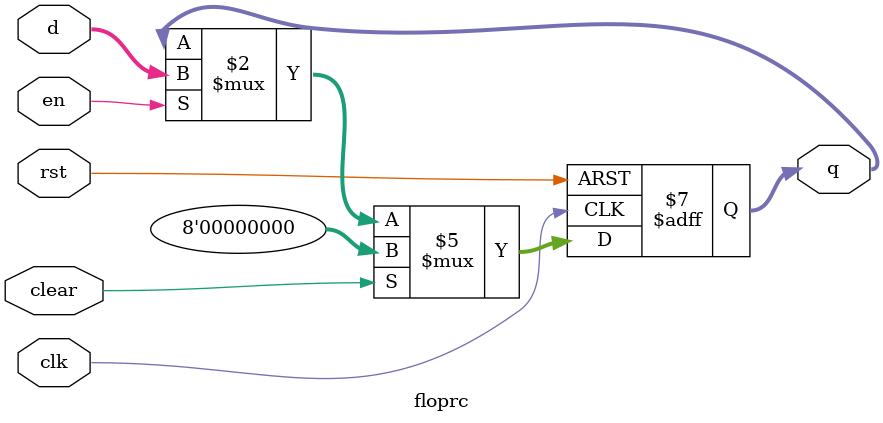
<source format=v>
`timescale 1ns / 1ps


module floprc #(parameter WIDTH = 8)(
    input wire clk, rst, en, clear,
    input wire [WIDTH-1:0] d,
    output reg[WIDTH-1:0] q
    );
    
    always @(posedge clk, posedge rst) begin
        if(rst) begin
            q <= 0;
        end else if(clear) begin
            q <= 0;
        end else if(en)begin
            q <= d;
        end
        
    end
endmodule

</source>
